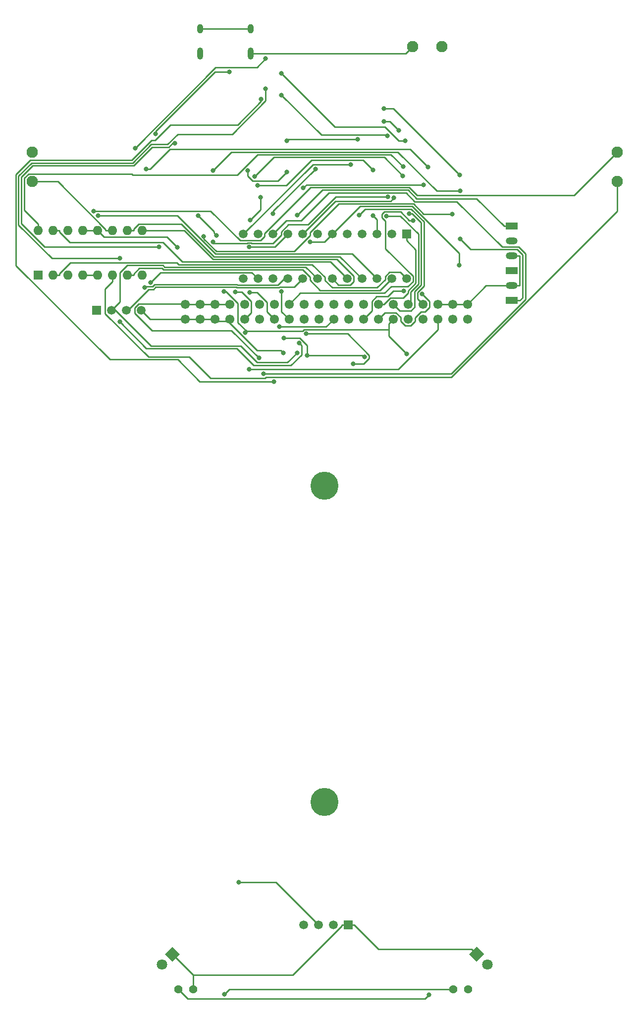
<source format=gbr>
%TF.GenerationSoftware,KiCad,Pcbnew,(5.1.9)-1*%
%TF.CreationDate,2022-05-19T12:20:12-04:00*%
%TF.ProjectId,esp32pcbbot,65737033-3270-4636-9262-6f742e6b6963,rev?*%
%TF.SameCoordinates,Original*%
%TF.FileFunction,Copper,L2,Bot*%
%TF.FilePolarity,Positive*%
%FSLAX46Y46*%
G04 Gerber Fmt 4.6, Leading zero omitted, Abs format (unit mm)*
G04 Created by KiCad (PCBNEW (5.1.9)-1) date 2022-05-19 12:20:12*
%MOMM*%
%LPD*%
G01*
G04 APERTURE LIST*
%TA.AperFunction,ComponentPad*%
%ADD10C,4.800000*%
%TD*%
%TA.AperFunction,ComponentPad*%
%ADD11C,1.500000*%
%TD*%
%TA.AperFunction,ComponentPad*%
%ADD12R,1.500000X1.500000*%
%TD*%
%TA.AperFunction,ComponentPad*%
%ADD13C,1.550000*%
%TD*%
%TA.AperFunction,ComponentPad*%
%ADD14C,1.950000*%
%TD*%
%TA.AperFunction,ComponentPad*%
%ADD15C,1.800000*%
%TD*%
%TA.AperFunction,ComponentPad*%
%ADD16C,0.100000*%
%TD*%
%TA.AperFunction,ComponentPad*%
%ADD17O,1.000000X2.100000*%
%TD*%
%TA.AperFunction,ComponentPad*%
%ADD18O,1.000000X1.600000*%
%TD*%
%TA.AperFunction,ComponentPad*%
%ADD19O,1.600000X1.600000*%
%TD*%
%TA.AperFunction,ComponentPad*%
%ADD20R,1.600000X1.600000*%
%TD*%
%TA.AperFunction,ComponentPad*%
%ADD21C,1.431000*%
%TD*%
%TA.AperFunction,ComponentPad*%
%ADD22R,2.000000X1.200000*%
%TD*%
%TA.AperFunction,ComponentPad*%
%ADD23O,2.000000X1.200000*%
%TD*%
%TA.AperFunction,ViaPad*%
%ADD24C,0.800000*%
%TD*%
%TA.AperFunction,Conductor*%
%ADD25C,0.250000*%
%TD*%
G04 APERTURE END LIST*
D10*
%TO.P,U4,MH2*%
%TO.N,Net-(U4-PadMH2)*%
X90000000Y-159000000D03*
%TO.P,U4,MH1*%
%TO.N,Net-(U4-PadMH1)*%
X90000000Y-105000000D03*
%TD*%
D11*
%TO.P,S5,24*%
%TO.N,12Y*%
X76060000Y-69620000D03*
%TO.P,S5,23*%
%TO.N,12A*%
X76060000Y-62000000D03*
%TO.P,S5,22*%
%TO.N,11Y*%
X78600000Y-69620000D03*
%TO.P,S5,21*%
%TO.N,11A*%
X78600000Y-62000000D03*
%TO.P,S5,20*%
%TO.N,10Y*%
X81140000Y-69620000D03*
%TO.P,S5,19*%
%TO.N,10A*%
X81140000Y-62000000D03*
%TO.P,S5,18*%
%TO.N,9Y*%
X83680000Y-69620000D03*
%TO.P,S5,17*%
%TO.N,9A*%
X83680000Y-62000000D03*
%TO.P,S5,16*%
%TO.N,8Y*%
X86220000Y-69620000D03*
%TO.P,S5,15*%
%TO.N,8A*%
X86220000Y-62000000D03*
%TO.P,S5,14*%
%TO.N,7Y*%
X88760000Y-69620000D03*
%TO.P,S5,13*%
%TO.N,7A*%
X88760000Y-62000000D03*
%TO.P,S5,12*%
%TO.N,Net-(S5-Pad12)*%
X91300000Y-69620000D03*
%TO.P,S5,11*%
%TO.N,Net-(J5-Pad23)*%
X91300000Y-62000000D03*
%TO.P,S5,10*%
%TO.N,Net-(S5-Pad10)*%
X93840000Y-69620000D03*
%TO.P,S5,9*%
%TO.N,Net-(J5-Pad20)*%
X93840000Y-62000000D03*
%TO.P,S5,8*%
%TO.N,Net-(S5-Pad8)*%
X96380000Y-69620000D03*
%TO.P,S5,7*%
%TO.N,Net-(J5-Pad18)*%
X96380000Y-62000000D03*
%TO.P,S5,6*%
%TO.N,Net-(S5-Pad6)*%
X98920000Y-69620000D03*
%TO.P,S5,5*%
%TO.N,Net-(J5-Pad21)*%
X98920000Y-62000000D03*
%TO.P,S5,4*%
%TO.N,Net-(S5-Pad4)*%
X101460000Y-69620000D03*
%TO.P,S5,3*%
%TO.N,Net-(J5-Pad16)*%
X101460000Y-62000000D03*
%TO.P,S5,2*%
%TO.N,Net-(S5-Pad2)*%
X104000000Y-69620000D03*
D12*
%TO.P,S5,1*%
%TO.N,Net-(J5-Pad14)*%
X104000000Y-62000000D03*
%TD*%
D11*
%TO.P,J6,4*%
%TO.N,+3V3*%
X58620000Y-75000000D03*
%TO.P,J6,3*%
%TO.N,8Y*%
X56080000Y-75000000D03*
%TO.P,J6,2*%
%TO.N,7Y*%
X53540000Y-75000000D03*
D12*
%TO.P,J6,1*%
%TO.N,GND*%
X51000000Y-75000000D03*
%TD*%
D13*
%TO.P,J5,40*%
%TO.N,+5V*%
X66140000Y-74000000D03*
%TO.P,J5,39*%
%TO.N,+3V3*%
X66140000Y-76540000D03*
%TO.P,J5,38*%
%TO.N,+5V*%
X68680000Y-74000000D03*
%TO.P,J5,37*%
%TO.N,+3V3*%
X68680000Y-76540000D03*
%TO.P,J5,36*%
%TO.N,+5V*%
X71220000Y-74000000D03*
%TO.P,J5,35*%
%TO.N,+3V3*%
X71220000Y-76540000D03*
%TO.P,J5,34*%
%TO.N,+5V*%
X73760000Y-74000000D03*
%TO.P,J5,33*%
%TO.N,+3V3*%
X73760000Y-76540000D03*
%TO.P,J5,32*%
%TO.N,Net-(J5-Pad32)*%
X76300000Y-74000000D03*
%TO.P,J5,31*%
%TO.N,12A*%
X76300000Y-76540000D03*
%TO.P,J5,30*%
%TO.N,Net-(J5-Pad30)*%
X78840000Y-74000000D03*
%TO.P,J5,29*%
%TO.N,10A*%
X78840000Y-76540000D03*
%TO.P,J5,28*%
%TO.N,Net-(J5-Pad28)*%
X81380000Y-74000000D03*
%TO.P,J5,27*%
%TO.N,9A*%
X81380000Y-76540000D03*
%TO.P,J5,26*%
%TO.N,Net-(J5-Pad26)*%
X83920000Y-74000000D03*
%TO.P,J5,25*%
%TO.N,11A*%
X83920000Y-76540000D03*
%TO.P,J5,24*%
%TO.N,8A*%
X86460000Y-74000000D03*
%TO.P,J5,23*%
%TO.N,Net-(J5-Pad23)*%
X86460000Y-76540000D03*
%TO.P,J5,22*%
%TO.N,7A*%
X89000000Y-74000000D03*
%TO.P,J5,21*%
%TO.N,Net-(J5-Pad21)*%
X89000000Y-76540000D03*
%TO.P,J5,20*%
%TO.N,Net-(J5-Pad20)*%
X91540000Y-74000000D03*
%TO.P,J5,19*%
%TO.N,Net-(J5-Pad19)*%
X91540000Y-76540000D03*
%TO.P,J5,18*%
%TO.N,Net-(J5-Pad18)*%
X94080000Y-74000000D03*
%TO.P,J5,17*%
%TO.N,Net-(J5-Pad17)*%
X94080000Y-76540000D03*
%TO.P,J5,16*%
%TO.N,Net-(J5-Pad16)*%
X96620000Y-74000000D03*
%TO.P,J5,15*%
%TO.N,Net-(J5-Pad15)*%
X96620000Y-76540000D03*
%TO.P,J5,14*%
%TO.N,Net-(J5-Pad14)*%
X99160000Y-74000000D03*
%TO.P,J5,13*%
%TO.N,Net-(J5-Pad13)*%
X99160000Y-76540000D03*
%TO.P,J5,12*%
%TO.N,Net-(J5-Pad12)*%
X101700000Y-74000000D03*
%TO.P,J5,11*%
%TO.N,BOOT*%
X101700000Y-76540000D03*
%TO.P,J5,10*%
%TO.N,Net-(J5-Pad10)*%
X104240000Y-74000000D03*
%TO.P,J5,9*%
%TO.N,Net-(J5-Pad9)*%
X104240000Y-76540000D03*
%TO.P,J5,8*%
%TO.N,Net-(J5-Pad8)*%
X106780000Y-74000000D03*
%TO.P,J5,7*%
%TO.N,Net-(J5-Pad7)*%
X106780000Y-76540000D03*
%TO.P,J5,6*%
%TO.N,GND*%
X109320000Y-74000000D03*
%TO.P,J5,5*%
%TO.N,EN*%
X109320000Y-76540000D03*
%TO.P,J5,4*%
%TO.N,GND*%
X111860000Y-74000000D03*
%TO.P,J5,3*%
X111860000Y-76540000D03*
%TO.P,J5,2*%
X114400000Y-74000000D03*
%TO.P,J5,1*%
X114400000Y-76540000D03*
%TD*%
D11*
%TO.P,J4,4*%
%TO.N,+5V*%
X86380000Y-180000000D03*
%TO.P,J4,3*%
%TO.N,9Y*%
X88920000Y-180000000D03*
%TO.P,J4,2*%
%TO.N,10Y*%
X91460000Y-180000000D03*
D12*
%TO.P,J4,1*%
%TO.N,GND*%
X94000000Y-180000000D03*
%TD*%
D14*
%TO.P,J3,2*%
%TO.N,VCC*%
X110000000Y-30000000D03*
%TO.P,J3,1*%
%TO.N,GND*%
X105000000Y-30000000D03*
%TD*%
%TO.P,J2,2*%
%TO.N,M2B*%
X40000000Y-48000000D03*
%TO.P,J2,1*%
%TO.N,M2A*%
X40000000Y-53000000D03*
%TD*%
%TO.P,J1,2*%
%TO.N,M1B*%
X140000000Y-53000000D03*
%TO.P,J1,1*%
%TO.N,M1A*%
X140000000Y-48000000D03*
%TD*%
D15*
%TO.P,D2,2*%
%TO.N,Net-(D2-Pad2)*%
X62203949Y-186796051D03*
%TA.AperFunction,ComponentPad*%
D16*
%TO.P,D2,1*%
%TO.N,GND*%
G36*
X64000000Y-183727208D02*
G01*
X65272792Y-185000000D01*
X64000000Y-186272792D01*
X62727208Y-185000000D01*
X64000000Y-183727208D01*
G37*
%TD.AperFunction*%
%TD*%
D15*
%TO.P,D1,2*%
%TO.N,Net-(D1-Pad2)*%
X117796051Y-186796051D03*
%TA.AperFunction,ComponentPad*%
D16*
%TO.P,D1,1*%
%TO.N,GND*%
G36*
X114727208Y-185000000D02*
G01*
X116000000Y-183727208D01*
X117272792Y-185000000D01*
X116000000Y-186272792D01*
X114727208Y-185000000D01*
G37*
%TD.AperFunction*%
%TD*%
D17*
%TO.P,USB1,S2*%
%TO.N,GND*%
X68680000Y-31130000D03*
%TO.P,USB1,S1*%
X77320000Y-31130000D03*
D18*
%TO.P,USB1,S3*%
X77320000Y-26950000D03*
%TO.P,USB1,S4*%
X68680000Y-26950000D03*
%TD*%
D19*
%TO.P,U3,16*%
%TO.N,Net-(S2-Pad2)*%
X41000000Y-61380000D03*
%TO.P,U3,8*%
%TO.N,Net-(S2-Pad5)*%
X58780000Y-69000000D03*
%TO.P,U3,15*%
%TO.N,Net-(S5-Pad10)*%
X43540000Y-61380000D03*
%TO.P,U3,7*%
%TO.N,Net-(S5-Pad4)*%
X56240000Y-69000000D03*
%TO.P,U3,14*%
%TO.N,M2B*%
X46080000Y-61380000D03*
%TO.P,U3,6*%
%TO.N,M1B*%
X53700000Y-69000000D03*
%TO.P,U3,13*%
%TO.N,GND*%
X48620000Y-61380000D03*
%TO.P,U3,5*%
X51160000Y-69000000D03*
%TO.P,U3,12*%
X51160000Y-61380000D03*
%TO.P,U3,4*%
X48620000Y-69000000D03*
%TO.P,U3,11*%
%TO.N,M2A*%
X53700000Y-61380000D03*
%TO.P,U3,3*%
%TO.N,M1A*%
X46080000Y-69000000D03*
%TO.P,U3,10*%
%TO.N,Net-(S5-Pad8)*%
X56240000Y-61380000D03*
%TO.P,U3,2*%
%TO.N,Net-(S5-Pad2)*%
X43540000Y-69000000D03*
%TO.P,U3,9*%
%TO.N,Net-(S5-Pad12)*%
X58780000Y-61380000D03*
D20*
%TO.P,U3,1*%
%TO.N,Net-(S5-Pad6)*%
X41000000Y-69000000D03*
%TD*%
D21*
%TO.P,Q4,2*%
%TO.N,GND*%
X67540000Y-191000000D03*
%TO.P,Q4,1*%
%TO.N,11Y*%
X65000000Y-191000000D03*
%TD*%
%TO.P,Q3,2*%
%TO.N,GND*%
X114540000Y-191000000D03*
%TO.P,Q3,1*%
%TO.N,12Y*%
X112000000Y-191000000D03*
%TD*%
D22*
%TO.P,B1,6*%
%TO.N,+BATT*%
X122000000Y-73350000D03*
D23*
%TO.P,B1,5*%
%TO.N,GND*%
X122000000Y-70810000D03*
D22*
%TO.P,B1,4*%
%TO.N,Net-(B1-Pad4)*%
X122000000Y-68270000D03*
D23*
%TO.P,B1,3*%
%TO.N,GND*%
X122000000Y-65730000D03*
%TO.P,B1,2*%
X122000000Y-63190000D03*
D22*
%TO.P,B1,1*%
%TO.N,VBUS*%
X122000000Y-60650000D03*
%TD*%
D24*
%TO.N,+BATT*%
X70924700Y-51118600D03*
X113130400Y-54594000D03*
X113130400Y-62840300D03*
%TO.N,GND*%
X64780800Y-64234800D03*
%TO.N,VBUS*%
X76840700Y-51145900D03*
X83516300Y-51368400D03*
X85350000Y-58715800D03*
%TO.N,EN*%
X77121700Y-85089600D03*
%TO.N,BOOT*%
X72744300Y-71785900D03*
X76452000Y-78789300D03*
X104057700Y-82494400D03*
%TO.N,+3V3*%
X79899200Y-32034400D03*
X57603900Y-47291000D03*
X82923800Y-82273300D03*
%TO.N,+5V*%
X103384500Y-52068500D03*
X77998400Y-52167600D03*
X78779000Y-83151000D03*
%TO.N,VCC*%
X86349000Y-54115300D03*
X106903000Y-53555200D03*
%TO.N,7Y*%
X85291900Y-82259600D03*
%TO.N,8Y*%
X82992900Y-79750000D03*
X87034700Y-82710000D03*
X96822700Y-82997700D03*
%TO.N,M1A*%
X50523300Y-58061000D03*
%TO.N,9Y*%
X59229200Y-71083600D03*
X75359400Y-172716700D03*
%TO.N,12A*%
X74746400Y-71874700D03*
X94450000Y-50081400D03*
%TO.N,Net-(J5-Pad30)*%
X77272900Y-59600300D03*
X79081200Y-55719000D03*
%TO.N,10A*%
X79518400Y-85831400D03*
X81140000Y-58454400D03*
X88416200Y-50833000D03*
%TO.N,9A*%
X77206300Y-71969100D03*
X77115100Y-64206200D03*
%TO.N,Net-(J5-Pad26)*%
X105088500Y-59664600D03*
%TO.N,11A*%
X82618900Y-71755400D03*
%TO.N,8A*%
X101853700Y-55795200D03*
%TO.N,Net-(J5-Pad23)*%
X86823900Y-79021200D03*
X94909900Y-84176700D03*
X112960400Y-67257600D03*
X87546300Y-63298700D03*
%TO.N,7A*%
X83514600Y-46026300D03*
X95611300Y-45780100D03*
%TO.N,Net-(J5-Pad21)*%
X98248900Y-58804500D03*
X98248900Y-51018400D03*
X78505100Y-53644000D03*
%TO.N,Net-(J5-Pad19)*%
X82247600Y-77828600D03*
X81320800Y-87171100D03*
X79164400Y-38900700D03*
%TO.N,Net-(J5-Pad17)*%
X79899400Y-37156000D03*
X54969300Y-66111900D03*
X54969300Y-76986500D03*
X85611900Y-80624700D03*
%TO.N,Net-(J5-Pad15)*%
X103510000Y-71680000D03*
X100726000Y-45175800D03*
X82633600Y-38237300D03*
%TO.N,Net-(J5-Pad13)*%
X106628000Y-72218500D03*
X103745400Y-46031800D03*
X82611100Y-34550000D03*
%TO.N,Net-(J5-Pad12)*%
X104437800Y-58523700D03*
X102661400Y-44269200D03*
X100116700Y-42739200D03*
%TO.N,Net-(J5-Pad10)*%
X100521200Y-58906200D03*
%TO.N,Net-(J5-Pad9)*%
X70937500Y-63356000D03*
X100808300Y-55635500D03*
%TO.N,Net-(J5-Pad8)*%
X95879000Y-58732500D03*
%TO.N,Net-(J5-Pad7)*%
X69344100Y-62368900D03*
X111789700Y-58554800D03*
X100115900Y-40573400D03*
X113062600Y-51891600D03*
%TO.N,Net-(Q2-Pad2)*%
X71515400Y-62176800D03*
X68349500Y-58800400D03*
%TO.N,12Y*%
X72825000Y-191878900D03*
%TO.N,11Y*%
X60261200Y-70232700D03*
X107825000Y-191923700D03*
%TO.N,Net-(S2-Pad5)*%
X107650300Y-50537700D03*
X59494800Y-50891000D03*
%TO.N,Net-(S2-Pad2)*%
X103398500Y-50469900D03*
%TO.N,Net-(S5-Pad6)*%
X51304300Y-58865700D03*
%TO.N,Net-(U2-Pad5)*%
X73750000Y-34260800D03*
X61076700Y-44844400D03*
%TO.N,Net-(U2-Pad4)*%
X64418500Y-46484900D03*
X61681700Y-64131300D03*
%TD*%
D25*
%TO.N,+BATT*%
X70924700Y-51118600D02*
X74087100Y-47956200D01*
X74087100Y-47956200D02*
X102532700Y-47956200D01*
X102532700Y-47956200D02*
X109170500Y-54594000D01*
X109170500Y-54594000D02*
X113130400Y-54594000D01*
X123325300Y-73350000D02*
X123825700Y-72849600D01*
X123825700Y-72849600D02*
X123825700Y-65530200D01*
X123825700Y-65530200D02*
X122914800Y-64619300D01*
X122914800Y-64619300D02*
X114909400Y-64619300D01*
X114909400Y-64619300D02*
X113130400Y-62840300D01*
X122000000Y-73350000D02*
X123325300Y-73350000D01*
%TO.N,GND*%
X51160000Y-61380000D02*
X52285300Y-62505300D01*
X52285300Y-62505300D02*
X63051300Y-62505300D01*
X63051300Y-62505300D02*
X64780800Y-64234800D01*
X48620000Y-61380000D02*
X51160000Y-61380000D01*
X111860000Y-74000000D02*
X109320000Y-74000000D01*
X114400000Y-74000000D02*
X111860000Y-74000000D01*
X122000000Y-70810000D02*
X117590000Y-70810000D01*
X117590000Y-70810000D02*
X114400000Y-74000000D01*
X77320000Y-31130000D02*
X103870000Y-31130000D01*
X103870000Y-31130000D02*
X105000000Y-30000000D01*
X67540000Y-188540000D02*
X64000000Y-185000000D01*
X67540000Y-191000000D02*
X67540000Y-188540000D01*
X67540000Y-188540000D02*
X84519100Y-188540000D01*
X84519100Y-188540000D02*
X92924700Y-180134400D01*
X92924700Y-180134400D02*
X92924700Y-180000000D01*
X94000000Y-180000000D02*
X92924700Y-180000000D01*
X94000000Y-180000000D02*
X95075300Y-180000000D01*
X116000000Y-185000000D02*
X115133600Y-184133600D01*
X115133600Y-184133600D02*
X99208900Y-184133600D01*
X99208900Y-184133600D02*
X95075300Y-180000000D01*
X68680000Y-26950000D02*
X77320000Y-26950000D01*
X48620000Y-69000000D02*
X51160000Y-69000000D01*
X122662700Y-70810000D02*
X122000000Y-70810000D01*
X122662700Y-70810000D02*
X123325300Y-70810000D01*
X122000000Y-65730000D02*
X123325300Y-65730000D01*
X123325300Y-65730000D02*
X123325300Y-70810000D01*
%TO.N,VBUS*%
X120674700Y-60650000D02*
X115939100Y-55914400D01*
X115939100Y-55914400D02*
X105737200Y-55914400D01*
X105737200Y-55914400D02*
X104282700Y-54459900D01*
X104282700Y-54459900D02*
X89605900Y-54459900D01*
X89605900Y-54459900D02*
X85350000Y-58715800D01*
X76840700Y-51145900D02*
X76840700Y-52092500D01*
X76840700Y-52092500D02*
X77660500Y-52912300D01*
X77660500Y-52912300D02*
X81972400Y-52912300D01*
X81972400Y-52912300D02*
X83516300Y-51368400D01*
X122000000Y-60650000D02*
X120674700Y-60650000D01*
%TO.N,EN*%
X109320000Y-76540000D02*
X109320000Y-78317000D01*
X109320000Y-78317000D02*
X102547400Y-85089600D01*
X102547400Y-85089600D02*
X77121700Y-85089600D01*
%TO.N,BOOT*%
X76667000Y-78574300D02*
X75189300Y-77096600D01*
X75189300Y-77096600D02*
X75189300Y-73843300D01*
X75189300Y-73843300D02*
X73131900Y-71785900D01*
X73131900Y-71785900D02*
X72744300Y-71785900D01*
X100987800Y-78295900D02*
X100987800Y-77252200D01*
X100987800Y-77252200D02*
X101700000Y-76540000D01*
X104057700Y-82494400D02*
X100987800Y-79424500D01*
X100987800Y-79424500D02*
X100987800Y-78295900D01*
X100987800Y-78295900D02*
X86523500Y-78295900D01*
X86523500Y-78295900D02*
X86245100Y-78574300D01*
X86245100Y-78574300D02*
X76667000Y-78574300D01*
X76452000Y-78789300D02*
X76667000Y-78574300D01*
%TO.N,+3V3*%
X73443000Y-76857000D02*
X73760000Y-76540000D01*
X71220000Y-76540000D02*
X71537100Y-76857100D01*
X71537100Y-76857100D02*
X73442900Y-76857100D01*
X73442900Y-76857100D02*
X73443000Y-76857000D01*
X73443000Y-76857000D02*
X78413700Y-81827800D01*
X78413700Y-81827800D02*
X82478300Y-81827800D01*
X82478300Y-81827800D02*
X82923800Y-82273300D01*
X79899200Y-32034400D02*
X78420600Y-33513000D01*
X78420600Y-33513000D02*
X71381900Y-33513000D01*
X71381900Y-33513000D02*
X57603900Y-47291000D01*
X71220000Y-76540000D02*
X68680000Y-76540000D01*
X66140000Y-76540000D02*
X60160000Y-76540000D01*
X60160000Y-76540000D02*
X58620000Y-75000000D01*
X68680000Y-76540000D02*
X66140000Y-76540000D01*
%TO.N,+5V*%
X66140000Y-74000000D02*
X66063000Y-73923000D01*
X66063000Y-73923000D02*
X58175600Y-73923000D01*
X58175600Y-73923000D02*
X57544600Y-74554000D01*
X57544600Y-74554000D02*
X57544600Y-75517200D01*
X57544600Y-75517200D02*
X60483500Y-78456100D01*
X60483500Y-78456100D02*
X74084100Y-78456100D01*
X74084100Y-78456100D02*
X78779000Y-83151000D01*
X103384500Y-52068500D02*
X100172800Y-48856800D01*
X100172800Y-48856800D02*
X81309200Y-48856800D01*
X81309200Y-48856800D02*
X77998400Y-52167600D01*
X68680000Y-74000000D02*
X66140000Y-74000000D01*
X71220000Y-74000000D02*
X68680000Y-74000000D01*
X73760000Y-74000000D02*
X71220000Y-74000000D01*
%TO.N,VCC*%
X86349000Y-54115300D02*
X86909100Y-53555200D01*
X86909100Y-53555200D02*
X106903000Y-53555200D01*
%TO.N,7Y*%
X88760000Y-69620000D02*
X86773400Y-67633400D01*
X86773400Y-67633400D02*
X62654800Y-67633400D01*
X62654800Y-67633400D02*
X62336100Y-67314700D01*
X62336100Y-67314700D02*
X56264700Y-67314700D01*
X56264700Y-67314700D02*
X54970000Y-68609400D01*
X54970000Y-68609400D02*
X54970000Y-73570000D01*
X54970000Y-73570000D02*
X53540000Y-75000000D01*
X53540000Y-75000000D02*
X54256700Y-75000000D01*
X54256700Y-75000000D02*
X60329800Y-81073100D01*
X60329800Y-81073100D02*
X75620800Y-81073100D01*
X75620800Y-81073100D02*
X78470100Y-83922400D01*
X78470100Y-83922400D02*
X83629100Y-83922400D01*
X83629100Y-83922400D02*
X85291900Y-82259600D01*
%TO.N,8Y*%
X86220000Y-69620000D02*
X84809900Y-71030100D01*
X84809900Y-71030100D02*
X82318500Y-71030100D01*
X82318500Y-71030100D02*
X82199300Y-71149300D01*
X82199300Y-71149300D02*
X74949100Y-71149300D01*
X74949100Y-71149300D02*
X74860200Y-71060400D01*
X74860200Y-71060400D02*
X61096200Y-71060400D01*
X61096200Y-71060400D02*
X60748300Y-71408300D01*
X60748300Y-71408300D02*
X59935200Y-71408300D01*
X59935200Y-71408300D02*
X56343500Y-75000000D01*
X56343500Y-75000000D02*
X56080000Y-75000000D01*
X87034700Y-82710000D02*
X87034700Y-81021700D01*
X87034700Y-81021700D02*
X85763000Y-79750000D01*
X85763000Y-79750000D02*
X82992900Y-79750000D01*
X96822700Y-82997700D02*
X96535000Y-82710000D01*
X96535000Y-82710000D02*
X87034700Y-82710000D01*
%TO.N,M1B*%
X53700000Y-70125300D02*
X52463300Y-71362000D01*
X52463300Y-71362000D02*
X52463300Y-75569200D01*
X52463300Y-75569200D02*
X59868300Y-82974200D01*
X59868300Y-82974200D02*
X66877600Y-82974200D01*
X66877600Y-82974200D02*
X70505600Y-86602200D01*
X70505600Y-86602200D02*
X79773500Y-86602200D01*
X79773500Y-86602200D02*
X79957900Y-86417800D01*
X79957900Y-86417800D02*
X111667400Y-86417800D01*
X111667400Y-86417800D02*
X140000000Y-58085200D01*
X140000000Y-58085200D02*
X140000000Y-53000000D01*
X53700000Y-69000000D02*
X53700000Y-70125300D01*
%TO.N,M1A*%
X140000000Y-48000000D02*
X132632200Y-55367800D01*
X132632200Y-55367800D02*
X105827500Y-55367800D01*
X105827500Y-55367800D02*
X104469300Y-54009600D01*
X104469300Y-54009600D02*
X87591500Y-54009600D01*
X87591500Y-54009600D02*
X79718200Y-61882900D01*
X79718200Y-61882900D02*
X79718200Y-62412500D01*
X79718200Y-62412500D02*
X79055300Y-63075400D01*
X79055300Y-63075400D02*
X77647000Y-63075400D01*
X77647000Y-63075400D02*
X77602200Y-63030600D01*
X77602200Y-63030600D02*
X76628100Y-63030600D01*
X76628100Y-63030600D02*
X76583300Y-63075400D01*
X76583300Y-63075400D02*
X75535100Y-63075400D01*
X75535100Y-63075400D02*
X70520700Y-58061000D01*
X70520700Y-58061000D02*
X50523300Y-58061000D01*
%TO.N,M2A*%
X40000000Y-53000000D02*
X44412900Y-53000000D01*
X44412900Y-53000000D02*
X52574600Y-61161700D01*
X52574600Y-61161700D02*
X52574700Y-61161700D01*
X52574700Y-61161700D02*
X52574700Y-61380000D01*
X53700000Y-61380000D02*
X52574700Y-61380000D01*
%TO.N,9Y*%
X83680000Y-69620000D02*
X83091700Y-69620000D01*
X83091700Y-69620000D02*
X82012700Y-70699000D01*
X82012700Y-70699000D02*
X75135700Y-70699000D01*
X75135700Y-70699000D02*
X75011700Y-70575000D01*
X75011700Y-70575000D02*
X60944700Y-70575000D01*
X60944700Y-70575000D02*
X60561700Y-70958000D01*
X60561700Y-70958000D02*
X59354800Y-70958000D01*
X59354800Y-70958000D02*
X59229200Y-71083600D01*
X88920000Y-180000000D02*
X81636700Y-172716700D01*
X81636700Y-172716700D02*
X75359400Y-172716700D01*
%TO.N,12A*%
X74746400Y-71874700D02*
X75793400Y-71874700D01*
X75793400Y-71874700D02*
X77411200Y-73492500D01*
X77411200Y-73492500D02*
X77411200Y-75428800D01*
X77411200Y-75428800D02*
X76300000Y-76540000D01*
X76060000Y-62000000D02*
X87978600Y-50081400D01*
X87978600Y-50081400D02*
X94450000Y-50081400D01*
%TO.N,Net-(J5-Pad30)*%
X77272900Y-59600300D02*
X79081200Y-57792000D01*
X79081200Y-57792000D02*
X79081200Y-55719000D01*
%TO.N,10A*%
X79518400Y-85831400D02*
X111616900Y-85831400D01*
X111616900Y-85831400D02*
X124314300Y-73134000D01*
X124314300Y-73134000D02*
X124314300Y-65323500D01*
X124314300Y-65323500D02*
X123159700Y-64168900D01*
X123159700Y-64168900D02*
X120332900Y-64168900D01*
X120332900Y-64168900D02*
X112584000Y-56420000D01*
X112584000Y-56420000D02*
X105417400Y-56420000D01*
X105417400Y-56420000D02*
X103907600Y-54910200D01*
X103907600Y-54910200D02*
X90757400Y-54910200D01*
X90757400Y-54910200D02*
X85981700Y-59685900D01*
X85981700Y-59685900D02*
X83454100Y-59685900D01*
X83454100Y-59685900D02*
X81140000Y-62000000D01*
X88416200Y-50833000D02*
X81140000Y-58109200D01*
X81140000Y-58109200D02*
X81140000Y-58454400D01*
%TO.N,9A*%
X81380000Y-76540000D02*
X80110000Y-75270000D01*
X80110000Y-75270000D02*
X80110000Y-73668200D01*
X80110000Y-73668200D02*
X78410900Y-71969100D01*
X78410900Y-71969100D02*
X77206300Y-71969100D01*
X83680000Y-62000000D02*
X81473800Y-64206200D01*
X81473800Y-64206200D02*
X77115100Y-64206200D01*
%TO.N,Net-(J5-Pad26)*%
X83920000Y-74000000D02*
X85844400Y-72075600D01*
X85844400Y-72075600D02*
X100237100Y-72075600D01*
X100237100Y-72075600D02*
X101358000Y-70954700D01*
X101358000Y-70954700D02*
X104230400Y-70954700D01*
X104230400Y-70954700D02*
X105105400Y-70079700D01*
X105105400Y-70079700D02*
X105105400Y-69195200D01*
X105105400Y-69195200D02*
X100376900Y-64466700D01*
X100376900Y-64466700D02*
X100376900Y-59789400D01*
X100376900Y-59789400D02*
X99794000Y-59206500D01*
X99794000Y-59206500D02*
X99794000Y-58556000D01*
X99794000Y-58556000D02*
X100169200Y-58180800D01*
X100169200Y-58180800D02*
X103000000Y-58180800D01*
X103000000Y-58180800D02*
X104483800Y-59664600D01*
X104483800Y-59664600D02*
X105088500Y-59664600D01*
%TO.N,11A*%
X82618900Y-71755400D02*
X82618900Y-75238900D01*
X82618900Y-75238900D02*
X83920000Y-76540000D01*
%TO.N,8A*%
X101853700Y-55795200D02*
X101288000Y-56360900D01*
X101288000Y-56360900D02*
X91859100Y-56360900D01*
X91859100Y-56360900D02*
X86220000Y-62000000D01*
%TO.N,Net-(J5-Pad23)*%
X112960400Y-67257600D02*
X112960400Y-65236800D01*
X112960400Y-65236800D02*
X104985100Y-57261500D01*
X104985100Y-57261500D02*
X96038500Y-57261500D01*
X96038500Y-57261500D02*
X91300000Y-62000000D01*
X91300000Y-62000000D02*
X90001300Y-63298700D01*
X90001300Y-63298700D02*
X87546300Y-63298700D01*
X86823900Y-79021200D02*
X93929600Y-79021200D01*
X93929600Y-79021200D02*
X97598600Y-82690200D01*
X97598600Y-82690200D02*
X97598600Y-83256600D01*
X97598600Y-83256600D02*
X96678500Y-84176700D01*
X96678500Y-84176700D02*
X94909900Y-84176700D01*
%TO.N,7A*%
X83514600Y-46026300D02*
X83760800Y-45780100D01*
X83760800Y-45780100D02*
X95611300Y-45780100D01*
%TO.N,Net-(J5-Pad21)*%
X78505100Y-53644000D02*
X83466300Y-53644000D01*
X83466300Y-53644000D02*
X87803200Y-49307100D01*
X87803200Y-49307100D02*
X96537600Y-49307100D01*
X96537600Y-49307100D02*
X98248900Y-51018400D01*
X98920000Y-62000000D02*
X98920000Y-59475600D01*
X98920000Y-59475600D02*
X98248900Y-58804500D01*
%TO.N,Net-(J5-Pad19)*%
X79164400Y-38900700D02*
X79164400Y-39304000D01*
X79164400Y-39304000D02*
X75127100Y-43341300D01*
X75127100Y-43341300D02*
X63669200Y-43341300D01*
X63669200Y-43341300D02*
X61025800Y-45984700D01*
X61025800Y-45984700D02*
X60387800Y-45984700D01*
X60387800Y-45984700D02*
X57007700Y-49364800D01*
X57007700Y-49364800D02*
X39672300Y-49364800D01*
X39672300Y-49364800D02*
X37232100Y-51805000D01*
X37232100Y-51805000D02*
X37232100Y-67343800D01*
X37232100Y-67343800D02*
X53312900Y-83424600D01*
X53312900Y-83424600D02*
X64898800Y-83424600D01*
X64898800Y-83424600D02*
X68645300Y-87171100D01*
X68645300Y-87171100D02*
X81320800Y-87171100D01*
X91540000Y-76540000D02*
X90251400Y-77828600D01*
X90251400Y-77828600D02*
X82247600Y-77828600D01*
%TO.N,Net-(J5-Pad17)*%
X54969300Y-76986500D02*
X59506200Y-81523400D01*
X59506200Y-81523400D02*
X74983800Y-81523400D01*
X74983800Y-81523400D02*
X77880500Y-84420100D01*
X77880500Y-84420100D02*
X84192500Y-84420100D01*
X84192500Y-84420100D02*
X86030200Y-82582400D01*
X86030200Y-82582400D02*
X86030200Y-81043000D01*
X86030200Y-81043000D02*
X85611900Y-80624700D01*
X54969300Y-66111900D02*
X43381300Y-66111900D01*
X43381300Y-66111900D02*
X37682500Y-60413100D01*
X37682500Y-60413100D02*
X37682500Y-52060300D01*
X37682500Y-52060300D02*
X39927700Y-49815100D01*
X39927700Y-49815100D02*
X57195400Y-49815100D01*
X57195400Y-49815100D02*
X60350500Y-46660000D01*
X60350500Y-46660000D02*
X63159900Y-46660000D01*
X63159900Y-46660000D02*
X64893400Y-44926500D01*
X64893400Y-44926500D02*
X74178800Y-44926500D01*
X74178800Y-44926500D02*
X79899300Y-39206000D01*
X79899300Y-39206000D02*
X79899300Y-37156000D01*
X79899300Y-37156000D02*
X79899400Y-37156000D01*
%TO.N,Net-(J5-Pad15)*%
X96620000Y-76540000D02*
X98059600Y-75100400D01*
X98059600Y-75100400D02*
X98059600Y-73485200D01*
X98059600Y-73485200D02*
X98893500Y-72651300D01*
X98893500Y-72651300D02*
X100793700Y-72651300D01*
X100793700Y-72651300D02*
X101765000Y-71680000D01*
X101765000Y-71680000D02*
X103510000Y-71680000D01*
X100726000Y-45175800D02*
X100605000Y-45054800D01*
X100605000Y-45054800D02*
X89451100Y-45054800D01*
X89451100Y-45054800D02*
X82633600Y-38237300D01*
%TO.N,Net-(J5-Pad14)*%
X104000000Y-63075300D02*
X105556200Y-64631500D01*
X105556200Y-64631500D02*
X105556200Y-70353700D01*
X105556200Y-70353700D02*
X104235400Y-71674500D01*
X104235400Y-71674500D02*
X104235400Y-72056300D01*
X104235400Y-72056300D02*
X103415300Y-72876400D01*
X103415300Y-72876400D02*
X101236500Y-72876400D01*
X101236500Y-72876400D02*
X100112900Y-74000000D01*
X100112900Y-74000000D02*
X99160000Y-74000000D01*
X104000000Y-62000000D02*
X104000000Y-63075300D01*
%TO.N,Net-(J5-Pad13)*%
X99160000Y-76540000D02*
X100260400Y-75439600D01*
X100260400Y-75439600D02*
X102184000Y-75439600D01*
X102184000Y-75439600D02*
X102970000Y-76225600D01*
X102970000Y-76225600D02*
X102970000Y-76834200D01*
X102970000Y-76834200D02*
X103804000Y-77668200D01*
X103804000Y-77668200D02*
X104704800Y-77668200D01*
X104704800Y-77668200D02*
X105498900Y-76874100D01*
X105498900Y-76874100D02*
X105498900Y-76264400D01*
X105498900Y-76264400D02*
X106493500Y-75269800D01*
X106493500Y-75269800D02*
X107113900Y-75269800D01*
X107113900Y-75269800D02*
X107897600Y-74486100D01*
X107897600Y-74486100D02*
X107897600Y-73488100D01*
X107897600Y-73488100D02*
X106628000Y-72218500D01*
X103745400Y-46031800D02*
X102643200Y-46031800D01*
X102643200Y-46031800D02*
X100264200Y-43652800D01*
X100264200Y-43652800D02*
X91713900Y-43652800D01*
X91713900Y-43652800D02*
X82611100Y-34550000D01*
%TO.N,Net-(J5-Pad12)*%
X104437800Y-58523700D02*
X104973400Y-58523700D01*
X104973400Y-58523700D02*
X106487500Y-60037800D01*
X106487500Y-60037800D02*
X106487500Y-70696200D01*
X106487500Y-70696200D02*
X105417400Y-71766300D01*
X105417400Y-71766300D02*
X105417400Y-74434700D01*
X105417400Y-74434700D02*
X104750900Y-75101200D01*
X104750900Y-75101200D02*
X102801200Y-75101200D01*
X102801200Y-75101200D02*
X101700000Y-74000000D01*
X100116700Y-42739200D02*
X101131400Y-42739200D01*
X101131400Y-42739200D02*
X102661400Y-44269200D01*
%TO.N,Net-(J5-Pad10)*%
X100521200Y-58906200D02*
X102936700Y-58906200D01*
X102936700Y-58906200D02*
X106026500Y-61996000D01*
X106026500Y-61996000D02*
X106026500Y-70520300D01*
X106026500Y-70520300D02*
X104685700Y-71861100D01*
X104685700Y-71861100D02*
X104685700Y-73554300D01*
X104685700Y-73554300D02*
X104240000Y-74000000D01*
%TO.N,Net-(J5-Pad9)*%
X70937500Y-63356000D02*
X71125600Y-63544100D01*
X71125600Y-63544100D02*
X76751500Y-63544100D01*
X76751500Y-63544100D02*
X76814700Y-63480900D01*
X76814700Y-63480900D02*
X77415600Y-63480900D01*
X77415600Y-63480900D02*
X77478800Y-63544100D01*
X77478800Y-63544100D02*
X81134700Y-63544100D01*
X81134700Y-63544100D02*
X82569400Y-62109400D01*
X82569400Y-62109400D02*
X82569400Y-61589800D01*
X82569400Y-61589800D02*
X83788100Y-60371100D01*
X83788100Y-60371100D02*
X87212000Y-60371100D01*
X87212000Y-60371100D02*
X91947600Y-55635500D01*
X91947600Y-55635500D02*
X100808300Y-55635500D01*
%TO.N,Net-(J5-Pad8)*%
X95879000Y-58732500D02*
X96899700Y-57711800D01*
X96899700Y-57711800D02*
X104798500Y-57711800D01*
X104798500Y-57711800D02*
X106966800Y-59880100D01*
X106966800Y-59880100D02*
X106966800Y-70853800D01*
X106966800Y-70853800D02*
X105867700Y-71952900D01*
X105867700Y-71952900D02*
X105867700Y-73087700D01*
X105867700Y-73087700D02*
X106780000Y-74000000D01*
%TO.N,Net-(J5-Pad7)*%
X111789700Y-58554800D02*
X106915300Y-58554800D01*
X106915300Y-58554800D02*
X105171700Y-56811200D01*
X105171700Y-56811200D02*
X92380200Y-56811200D01*
X92380200Y-56811200D02*
X87490000Y-61701400D01*
X87490000Y-61701400D02*
X87490000Y-62259000D01*
X87490000Y-62259000D02*
X84817400Y-64931600D01*
X84817400Y-64931600D02*
X71487400Y-64931600D01*
X71487400Y-64931600D02*
X69344100Y-62788300D01*
X69344100Y-62788300D02*
X69344100Y-62368900D01*
X113062600Y-51891600D02*
X101744400Y-40573400D01*
X101744400Y-40573400D02*
X100115900Y-40573400D01*
%TO.N,Net-(Q2-Pad2)*%
X68349500Y-58800400D02*
X71127000Y-61577900D01*
X71127000Y-61577900D02*
X71127000Y-61788500D01*
X71127000Y-61788500D02*
X71127100Y-61788500D01*
X71127100Y-61788500D02*
X71515400Y-62176800D01*
%TO.N,12Y*%
X112000000Y-191000000D02*
X73703900Y-191000000D01*
X73703900Y-191000000D02*
X72825000Y-191878900D01*
%TO.N,11Y*%
X60261200Y-70232700D02*
X61959900Y-68534000D01*
X61959900Y-68534000D02*
X77514000Y-68534000D01*
X77514000Y-68534000D02*
X78600000Y-69620000D01*
X107825000Y-191923700D02*
X107116600Y-192632100D01*
X107116600Y-192632100D02*
X66632100Y-192632100D01*
X66632100Y-192632100D02*
X65000000Y-191000000D01*
%TO.N,Net-(S2-Pad5)*%
X59494800Y-50891000D02*
X60202800Y-50891000D01*
X60202800Y-50891000D02*
X63587900Y-47505900D01*
X63587900Y-47505900D02*
X104618500Y-47505900D01*
X104618500Y-47505900D02*
X107650300Y-50537700D01*
%TO.N,Net-(S2-Pad2)*%
X103398500Y-50469900D02*
X101335100Y-48406500D01*
X101335100Y-48406500D02*
X78554400Y-48406500D01*
X78554400Y-48406500D02*
X75093400Y-51867500D01*
X75093400Y-51867500D02*
X57215600Y-51867500D01*
X57215600Y-51867500D02*
X57035500Y-51687400D01*
X57035500Y-51687400D02*
X39403800Y-51687400D01*
X39403800Y-51687400D02*
X38678000Y-52413200D01*
X38678000Y-52413200D02*
X38678000Y-57932700D01*
X38678000Y-57932700D02*
X41000000Y-60254700D01*
X41000000Y-61380000D02*
X41000000Y-60254700D01*
%TO.N,Net-(S5-Pad12)*%
X91300000Y-69620000D02*
X92378800Y-70698800D01*
X92378800Y-70698800D02*
X94328400Y-70698800D01*
X94328400Y-70698800D02*
X94926900Y-70100300D01*
X94926900Y-70100300D02*
X94926900Y-69125700D01*
X94926900Y-69125700D02*
X92083700Y-66282500D01*
X92083700Y-66282500D02*
X70927600Y-66282500D01*
X70927600Y-66282500D02*
X66025100Y-61380000D01*
X66025100Y-61380000D02*
X58780000Y-61380000D01*
%TO.N,Net-(S5-Pad10)*%
X44665300Y-61380000D02*
X44665300Y-61661400D01*
X44665300Y-61661400D02*
X46409800Y-63405900D01*
X46409800Y-63405900D02*
X62336200Y-63405900D01*
X62336200Y-63405900D02*
X65663100Y-66732800D01*
X65663100Y-66732800D02*
X90952800Y-66732800D01*
X90952800Y-66732800D02*
X93840000Y-69620000D01*
X43540000Y-61380000D02*
X44665300Y-61380000D01*
%TO.N,Net-(S5-Pad8)*%
X96380000Y-69620000D02*
X92592200Y-65832200D01*
X92592200Y-65832200D02*
X71114200Y-65832200D01*
X71114200Y-65832200D02*
X65517500Y-60235500D01*
X65517500Y-60235500D02*
X58228500Y-60235500D01*
X58228500Y-60235500D02*
X57365300Y-61098700D01*
X57365300Y-61098700D02*
X57365300Y-61380000D01*
X56240000Y-61380000D02*
X57365300Y-61380000D01*
%TO.N,Net-(S5-Pad6)*%
X98920000Y-69620000D02*
X94681900Y-65381900D01*
X94681900Y-65381900D02*
X71300800Y-65381900D01*
X71300800Y-65381900D02*
X64784600Y-58865700D01*
X64784600Y-58865700D02*
X51304300Y-58865700D01*
%TO.N,Net-(S5-Pad4)*%
X101460000Y-69620000D02*
X99472800Y-71607200D01*
X99472800Y-71607200D02*
X89217100Y-71607200D01*
X89217100Y-71607200D02*
X87490000Y-69880100D01*
X87490000Y-69880100D02*
X87490000Y-69367000D01*
X87490000Y-69367000D02*
X86206700Y-68083700D01*
X86206700Y-68083700D02*
X62468200Y-68083700D01*
X62468200Y-68083700D02*
X62207500Y-67823000D01*
X62207500Y-67823000D02*
X58322900Y-67823000D01*
X58322900Y-67823000D02*
X57365300Y-68780600D01*
X57365300Y-68780600D02*
X57365300Y-69000000D01*
X56240000Y-69000000D02*
X57365300Y-69000000D01*
%TO.N,Net-(S5-Pad2)*%
X104000000Y-69620000D02*
X102878200Y-68498200D01*
X102878200Y-68498200D02*
X101061000Y-68498200D01*
X101061000Y-68498200D02*
X100349400Y-69209800D01*
X100349400Y-69209800D02*
X100349400Y-69731600D01*
X100349400Y-69731600D02*
X98931900Y-71149100D01*
X98931900Y-71149100D02*
X91295900Y-71149100D01*
X91295900Y-71149100D02*
X90030000Y-69883200D01*
X90030000Y-69883200D02*
X90030000Y-69340100D01*
X90030000Y-69340100D02*
X87873000Y-67183100D01*
X87873000Y-67183100D02*
X65071500Y-67183100D01*
X65071500Y-67183100D02*
X64752800Y-66864400D01*
X64752800Y-66864400D02*
X46519600Y-66864400D01*
X46519600Y-66864400D02*
X44665300Y-68718700D01*
X44665300Y-68718700D02*
X44665300Y-69000000D01*
X43540000Y-69000000D02*
X44665300Y-69000000D01*
%TO.N,Net-(U2-Pad5)*%
X73750000Y-34260800D02*
X71271000Y-34260800D01*
X71271000Y-34260800D02*
X61076700Y-44455100D01*
X61076700Y-44455100D02*
X61076700Y-44844400D01*
%TO.N,Net-(U2-Pad4)*%
X64418500Y-46484900D02*
X63972000Y-46484900D01*
X63972000Y-46484900D02*
X63346500Y-47110400D01*
X63346500Y-47110400D02*
X60537000Y-47110400D01*
X60537000Y-47110400D02*
X57382000Y-50265400D01*
X57382000Y-50265400D02*
X40114300Y-50265400D01*
X40114300Y-50265400D02*
X38176500Y-52203200D01*
X38176500Y-52203200D02*
X38176500Y-60212600D01*
X38176500Y-60212600D02*
X42095200Y-64131300D01*
X42095200Y-64131300D02*
X61681700Y-64131300D01*
%TD*%
M02*

</source>
